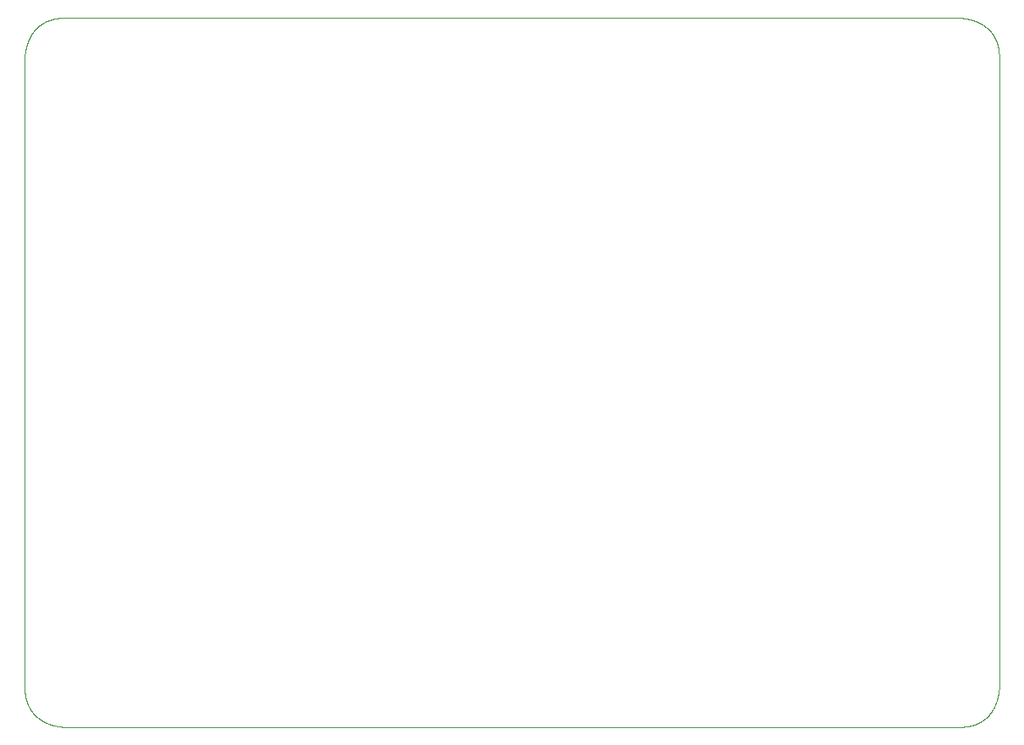
<source format=gbr>
%TF.GenerationSoftware,KiCad,Pcbnew,9.0.0*%
%TF.CreationDate,2025-06-24T12:34:56+10:00*%
%TF.ProjectId,MeowPad,4d656f77-5061-4642-9e6b-696361645f70,rev?*%
%TF.SameCoordinates,Original*%
%TF.FileFunction,Profile,NP*%
%FSLAX46Y46*%
G04 Gerber Fmt 4.6, Leading zero omitted, Abs format (unit mm)*
G04 Created by KiCad (PCBNEW 9.0.0) date 2025-06-24 12:34:56*
%MOMM*%
%LPD*%
G01*
G04 APERTURE LIST*
%TA.AperFunction,Profile*%
%ADD10C,0.050000*%
%TD*%
%ADD11C,0.050000*%
G04 APERTURE END LIST*
D10*
X83923000Y-124777000D02*
X83923000Y-61777000D01*
X181423000Y-124777000D02*
X181423000Y-61777000D01*
D11*
X83923000Y-124777000D02*
X83923010Y-124787944D01*
X83923040Y-124798869D01*
X83923090Y-124809773D01*
X83923160Y-124820658D01*
X83923249Y-124831523D01*
X83923359Y-124842368D01*
X83923488Y-124853193D01*
X83923637Y-124863998D01*
X83923806Y-124874784D01*
X83923994Y-124885550D01*
X83924202Y-124896296D01*
X83924430Y-124907023D01*
X83924677Y-124917730D01*
X83924943Y-124928417D01*
X83925230Y-124939085D01*
X83925535Y-124949734D01*
X83925860Y-124960363D01*
X83926205Y-124970973D01*
X83926569Y-124981563D01*
X83926952Y-124992134D01*
X83927355Y-125002686D01*
X83927776Y-125013218D01*
X83928217Y-125023732D01*
X83928678Y-125034225D01*
X83929157Y-125044700D01*
X83929655Y-125055156D01*
X83930173Y-125065593D01*
X83930709Y-125076010D01*
X83931265Y-125086409D01*
X83931840Y-125096789D01*
X83932433Y-125107150D01*
X83933046Y-125117491D01*
X83933677Y-125127814D01*
X83934328Y-125138118D01*
X83934997Y-125148404D01*
X83935685Y-125158670D01*
X83936391Y-125168918D01*
X83937117Y-125179147D01*
X83937861Y-125189358D01*
X83938624Y-125199549D01*
X83939405Y-125209723D01*
X83940205Y-125219877D01*
X83941024Y-125230014D01*
X83941861Y-125240131D01*
X83942717Y-125250231D01*
X83943591Y-125260312D01*
X83944484Y-125270374D01*
X83945395Y-125280418D01*
X83946325Y-125290444D01*
X83947273Y-125300452D01*
X83948239Y-125310441D01*
X83949223Y-125320412D01*
X83950226Y-125330365D01*
X83951247Y-125340300D01*
X83952287Y-125350217D01*
X83953344Y-125360115D01*
X83954420Y-125369996D01*
X83955514Y-125379858D01*
X83956626Y-125389704D01*
X83957756Y-125399530D01*
X83958904Y-125409339D01*
X83960070Y-125419129D01*
X83961254Y-125428903D01*
X83962456Y-125438658D01*
X83963676Y-125448396D01*
X83964914Y-125458115D01*
X83966170Y-125467818D01*
X83967443Y-125477502D01*
X83968735Y-125487170D01*
X83970044Y-125496818D01*
X83971371Y-125506451D01*
X83972716Y-125516064D01*
X83974079Y-125525662D01*
X83975459Y-125535240D01*
X83976857Y-125544803D01*
X83978272Y-125554346D01*
X83979706Y-125563874D01*
X83981156Y-125573383D01*
X83982625Y-125582877D01*
X83984111Y-125592351D01*
X83985614Y-125601810D01*
X83987135Y-125611250D01*
X83988674Y-125620674D01*
X83990229Y-125630080D01*
X83991803Y-125639470D01*
X83993393Y-125648842D01*
X83995002Y-125658198D01*
X83996627Y-125667535D01*
X83998270Y-125676858D01*
X83999930Y-125686161D01*
X84001607Y-125695450D01*
X84003301Y-125704719D01*
X84005013Y-125713974D01*
X84006742Y-125723210D01*
X84008489Y-125732432D01*
X84010252Y-125741634D01*
X84012033Y-125750822D01*
X84013830Y-125759991D01*
X84015645Y-125769146D01*
X84017476Y-125778282D01*
X84019325Y-125787403D01*
X84021191Y-125796506D01*
X84023074Y-125805594D01*
X84024974Y-125814664D01*
X84026891Y-125823719D01*
X84028825Y-125832756D01*
X84030775Y-125841779D01*
X84032743Y-125850783D01*
X84034728Y-125859773D01*
X84036729Y-125868745D01*
X84038747Y-125877702D01*
X84040782Y-125886641D01*
X84042834Y-125895566D01*
X84044902Y-125904473D01*
X84046988Y-125913366D01*
X84049090Y-125922240D01*
X84051209Y-125931101D01*
X84053344Y-125939943D01*
X84055497Y-125948771D01*
X84057665Y-125957582D01*
X84059851Y-125966378D01*
X84062053Y-125975156D01*
X84064272Y-125983921D01*
X84066507Y-125992668D01*
X84068759Y-126001401D01*
X84071027Y-126010116D01*
X84073313Y-126018818D01*
X84075614Y-126027501D01*
X84077932Y-126036171D01*
X84080266Y-126044823D01*
X84082618Y-126053462D01*
X84084985Y-126062083D01*
X84087369Y-126070690D01*
X84089769Y-126079280D01*
X84092186Y-126087857D01*
X84094619Y-126096415D01*
X84097069Y-126104961D01*
X84099534Y-126113488D01*
X84102016Y-126122003D01*
X84104515Y-126130500D01*
X84107030Y-126138984D01*
X84109560Y-126147450D01*
X84112108Y-126155903D01*
X84114671Y-126164339D01*
X84117252Y-126172762D01*
X84119847Y-126181167D01*
X84122460Y-126189559D01*
X84125088Y-126197934D01*
X84127733Y-126206296D01*
X84130393Y-126214641D01*
X84135764Y-126231287D01*
X84141198Y-126247873D01*
X84146697Y-126264400D01*
X84152261Y-126280867D01*
X84157889Y-126297274D01*
X84163580Y-126313623D01*
X84169336Y-126329912D01*
X84175156Y-126346143D01*
X84181040Y-126362315D01*
X84186987Y-126378429D01*
X84192998Y-126394485D01*
X84199073Y-126410483D01*
X84205211Y-126426423D01*
X84211412Y-126442305D01*
X84217677Y-126458131D01*
X84224006Y-126473899D01*
X84230397Y-126489611D01*
X84236852Y-126505266D01*
X84243370Y-126520864D01*
X84249951Y-126536406D01*
X84256594Y-126551892D01*
X84263301Y-126567323D01*
X84270071Y-126582697D01*
X84276903Y-126598016D01*
X84283798Y-126613280D01*
X84290756Y-126628489D01*
X84297777Y-126643643D01*
X84304860Y-126658742D01*
X84312006Y-126673786D01*
X84319214Y-126688776D01*
X84326485Y-126703712D01*
X84333819Y-126718594D01*
X84341215Y-126733422D01*
X84348674Y-126748196D01*
X84356194Y-126762917D01*
X84363778Y-126777585D01*
X84371424Y-126792199D01*
X84379132Y-126806761D01*
X84386902Y-126821269D01*
X84394735Y-126835725D01*
X84402631Y-126850129D01*
X84410588Y-126864480D01*
X84418608Y-126878779D01*
X84426691Y-126893025D01*
X84434836Y-126907220D01*
X84443043Y-126921363D01*
X84451312Y-126935455D01*
X84459644Y-126949495D01*
X84468039Y-126963484D01*
X84476496Y-126977422D01*
X84485015Y-126991308D01*
X84493597Y-127005144D01*
X84502241Y-127018929D01*
X84510947Y-127032664D01*
X84519717Y-127046348D01*
X84528549Y-127059981D01*
X84537443Y-127073565D01*
X84546400Y-127087098D01*
X84555420Y-127100581D01*
X84564502Y-127114014D01*
X84573648Y-127127398D01*
X84582856Y-127140732D01*
X84592126Y-127154017D01*
X84601460Y-127167252D01*
X84610857Y-127180437D01*
X84620317Y-127193574D01*
X84629839Y-127206662D01*
X84639425Y-127219700D01*
X84649074Y-127232690D01*
X84658786Y-127245630D01*
X84668562Y-127258522D01*
X84678401Y-127271366D01*
X84688303Y-127284161D01*
X84698269Y-127296907D01*
X84708298Y-127309605D01*
X84718391Y-127322255D01*
X84728547Y-127334857D01*
X84738768Y-127347410D01*
X84749052Y-127359916D01*
X84759400Y-127372373D01*
X84769812Y-127384783D01*
X84780288Y-127397145D01*
X84790829Y-127409459D01*
X84801433Y-127421725D01*
X84812102Y-127433943D01*
X84822835Y-127446114D01*
X84833633Y-127458238D01*
X84844496Y-127470313D01*
X84855423Y-127482342D01*
X84866415Y-127494323D01*
X84877472Y-127506256D01*
X84888593Y-127518142D01*
X84899780Y-127529981D01*
X84911032Y-127541773D01*
X84922350Y-127553517D01*
X84933732Y-127565214D01*
X84945180Y-127576864D01*
X84956694Y-127588467D01*
X84968274Y-127600023D01*
X84979919Y-127611531D01*
X84991630Y-127622993D01*
X85003407Y-127634407D01*
X85015250Y-127645774D01*
X85027159Y-127657094D01*
X85039135Y-127668367D01*
X85051177Y-127679593D01*
X85063286Y-127690771D01*
X85075461Y-127701903D01*
X85087703Y-127712987D01*
X85100012Y-127724025D01*
X85112388Y-127735015D01*
X85124831Y-127745958D01*
X85137342Y-127756853D01*
X85149919Y-127767702D01*
X85162564Y-127778503D01*
X85175277Y-127789257D01*
X85188057Y-127799964D01*
X85200905Y-127810623D01*
X85213820Y-127821235D01*
X85226804Y-127831799D01*
X85239856Y-127842316D01*
X85252976Y-127852786D01*
X85266165Y-127863207D01*
X85279421Y-127873581D01*
X85292747Y-127883908D01*
X85306141Y-127894186D01*
X85319603Y-127904417D01*
X85333135Y-127914600D01*
X85346736Y-127924735D01*
X85360405Y-127934822D01*
X85374144Y-127944860D01*
X85387952Y-127954851D01*
X85401829Y-127964793D01*
X85415776Y-127974686D01*
X85429793Y-127984531D01*
X85443879Y-127994328D01*
X85458035Y-128004076D01*
X85472260Y-128013775D01*
X85486556Y-128023425D01*
X85500921Y-128033026D01*
X85515357Y-128042578D01*
X85529863Y-128052081D01*
X85544439Y-128061535D01*
X85559086Y-128070938D01*
X85573803Y-128080293D01*
X85588590Y-128089597D01*
X85603448Y-128098852D01*
X85618376Y-128108057D01*
X85633376Y-128117211D01*
X85648446Y-128126316D01*
X85663586Y-128135369D01*
X85678798Y-128144373D01*
X85694081Y-128153325D01*
X85709434Y-128162227D01*
X85724858Y-128171077D01*
X85740354Y-128179877D01*
X85755920Y-128188625D01*
X85771558Y-128197321D01*
X85787266Y-128205965D01*
X85803046Y-128214558D01*
X85818897Y-128223099D01*
X85834818Y-128231587D01*
X85850811Y-128240023D01*
X85866875Y-128248406D01*
X85883010Y-128256736D01*
X85899216Y-128265013D01*
X85915493Y-128273237D01*
X85931841Y-128281408D01*
X85948260Y-128289524D01*
X85964750Y-128297587D01*
X85981310Y-128305596D01*
X85997941Y-128313550D01*
X86014643Y-128321450D01*
X86031416Y-128329294D01*
X86048258Y-128337084D01*
X86065172Y-128344819D01*
X86082155Y-128352498D01*
X86099209Y-128360121D01*
X86116332Y-128367688D01*
X86133525Y-128375199D01*
X86150788Y-128382653D01*
X86168120Y-128390050D01*
X86185522Y-128397391D01*
X86202992Y-128404674D01*
X86220532Y-128411899D01*
X86238140Y-128419066D01*
X86255816Y-128426176D01*
X86273561Y-128433226D01*
X86291373Y-128440218D01*
X86309253Y-128447151D01*
X86327199Y-128454025D01*
X86345213Y-128460839D01*
X86363294Y-128467592D01*
X86381440Y-128474286D01*
X86399652Y-128480919D01*
X86417930Y-128487491D01*
X86436272Y-128494001D01*
X86454679Y-128500450D01*
X86473150Y-128506838D01*
X86491684Y-128513162D01*
X86510282Y-128519425D01*
X86528941Y-128525624D01*
X86547663Y-128531760D01*
X86566445Y-128537832D01*
X86585288Y-128543840D01*
X86604191Y-128549783D01*
X86623153Y-128555662D01*
X86642173Y-128561476D01*
X86661251Y-128567224D01*
X86680386Y-128572906D01*
X86699577Y-128578521D01*
X86718822Y-128584070D01*
X86738122Y-128589552D01*
X86757474Y-128594966D01*
X86776879Y-128600312D01*
X86796334Y-128605590D01*
X86815840Y-128610799D01*
X86835393Y-128615938D01*
X86854994Y-128621008D01*
X86874642Y-128626008D01*
X86894333Y-128630937D01*
X86914068Y-128635795D01*
X86933844Y-128640581D01*
X86953661Y-128645296D01*
X86973515Y-128649938D01*
X86993406Y-128654507D01*
X87013332Y-128659002D01*
X87033291Y-128663424D01*
X87053280Y-128667771D01*
X87073298Y-128672043D01*
X87093342Y-128676240D01*
X87113410Y-128680361D01*
X87133499Y-128684405D01*
X87153607Y-128688372D01*
X87173731Y-128692261D01*
X87193868Y-128696073D01*
X87214014Y-128699805D01*
X87234167Y-128703459D01*
X87254324Y-128707032D01*
X87274479Y-128710525D01*
X87294630Y-128713937D01*
X87314773Y-128717268D01*
X87334902Y-128720516D01*
X87355014Y-128723681D01*
X87375103Y-128726763D01*
X87395163Y-128729761D01*
X87415191Y-128732674D01*
X87435178Y-128735501D01*
X87455119Y-128738242D01*
X87475007Y-128740897D01*
X87494834Y-128743464D01*
X87514593Y-128745943D01*
X87534274Y-128748333D01*
X87553869Y-128750634D01*
X87573366Y-128752844D01*
X87592756Y-128754963D01*
X87612025Y-128756990D01*
X87631160Y-128758925D01*
X87650148Y-128760766D01*
X87668971Y-128762513D01*
X87687611Y-128764165D01*
X87706050Y-128765721D01*
X87724264Y-128767180D01*
X87742227Y-128768542D01*
X87759911Y-128769805D01*
X87777281Y-128770969D01*
X87794300Y-128772033D01*
X87810920Y-128772996D01*
X87827086Y-128773856D01*
X87842729Y-128774614D01*
X87857766Y-128775267D01*
X87872084Y-128775817D01*
X87885534Y-128776260D01*
X87897899Y-128776599D01*
X87908835Y-128776832D01*
X87917705Y-128776962D01*
X87923000Y-128777000D01*
X87923000Y-57777000D02*
X87912056Y-57777010D01*
X87901131Y-57777040D01*
X87890227Y-57777090D01*
X87879342Y-57777160D01*
X87868477Y-57777249D01*
X87857632Y-57777359D01*
X87846807Y-57777488D01*
X87836002Y-57777637D01*
X87825216Y-57777806D01*
X87814450Y-57777994D01*
X87803704Y-57778202D01*
X87792977Y-57778430D01*
X87782270Y-57778677D01*
X87771583Y-57778943D01*
X87760915Y-57779230D01*
X87750266Y-57779535D01*
X87739637Y-57779860D01*
X87729027Y-57780205D01*
X87718437Y-57780569D01*
X87707866Y-57780952D01*
X87697314Y-57781355D01*
X87686782Y-57781776D01*
X87676268Y-57782217D01*
X87665775Y-57782678D01*
X87655300Y-57783157D01*
X87644844Y-57783655D01*
X87634407Y-57784173D01*
X87623990Y-57784709D01*
X87613591Y-57785265D01*
X87603211Y-57785840D01*
X87592850Y-57786433D01*
X87582509Y-57787046D01*
X87572186Y-57787677D01*
X87561882Y-57788328D01*
X87551596Y-57788997D01*
X87541330Y-57789685D01*
X87531082Y-57790391D01*
X87520853Y-57791117D01*
X87510642Y-57791861D01*
X87500451Y-57792624D01*
X87490277Y-57793405D01*
X87480123Y-57794205D01*
X87469986Y-57795024D01*
X87459869Y-57795861D01*
X87449769Y-57796717D01*
X87439688Y-57797591D01*
X87429626Y-57798484D01*
X87419582Y-57799395D01*
X87409556Y-57800325D01*
X87399548Y-57801273D01*
X87389559Y-57802239D01*
X87379588Y-57803223D01*
X87369635Y-57804226D01*
X87359700Y-57805247D01*
X87349783Y-57806287D01*
X87339885Y-57807344D01*
X87330004Y-57808420D01*
X87320142Y-57809514D01*
X87310296Y-57810626D01*
X87300470Y-57811756D01*
X87290661Y-57812904D01*
X87280871Y-57814070D01*
X87271097Y-57815254D01*
X87261342Y-57816456D01*
X87251604Y-57817676D01*
X87241885Y-57818914D01*
X87232182Y-57820170D01*
X87222498Y-57821443D01*
X87212830Y-57822735D01*
X87203182Y-57824044D01*
X87193549Y-57825371D01*
X87183936Y-57826716D01*
X87174338Y-57828079D01*
X87164760Y-57829459D01*
X87155197Y-57830857D01*
X87145654Y-57832272D01*
X87136126Y-57833706D01*
X87126617Y-57835156D01*
X87117123Y-57836625D01*
X87107649Y-57838111D01*
X87098190Y-57839614D01*
X87088750Y-57841135D01*
X87079326Y-57842674D01*
X87069920Y-57844229D01*
X87060530Y-57845803D01*
X87051158Y-57847393D01*
X87041802Y-57849002D01*
X87032465Y-57850627D01*
X87023142Y-57852270D01*
X87013839Y-57853930D01*
X87004550Y-57855607D01*
X86995281Y-57857301D01*
X86986026Y-57859013D01*
X86976790Y-57860742D01*
X86967568Y-57862489D01*
X86958366Y-57864252D01*
X86949178Y-57866033D01*
X86940009Y-57867830D01*
X86930854Y-57869645D01*
X86921718Y-57871476D01*
X86912597Y-57873325D01*
X86903494Y-57875191D01*
X86894406Y-57877074D01*
X86885336Y-57878974D01*
X86876281Y-57880891D01*
X86867244Y-57882825D01*
X86858221Y-57884775D01*
X86849217Y-57886743D01*
X86840227Y-57888728D01*
X86831255Y-57890729D01*
X86822298Y-57892747D01*
X86813359Y-57894782D01*
X86804434Y-57896834D01*
X86795527Y-57898902D01*
X86786634Y-57900988D01*
X86777760Y-57903090D01*
X86768899Y-57905209D01*
X86760057Y-57907344D01*
X86751229Y-57909497D01*
X86742418Y-57911665D01*
X86733622Y-57913851D01*
X86724844Y-57916053D01*
X86716079Y-57918272D01*
X86707332Y-57920507D01*
X86698599Y-57922759D01*
X86689884Y-57925027D01*
X86681182Y-57927313D01*
X86672499Y-57929614D01*
X86663829Y-57931932D01*
X86655177Y-57934266D01*
X86646538Y-57936618D01*
X86637917Y-57938985D01*
X86629310Y-57941369D01*
X86620720Y-57943769D01*
X86612143Y-57946186D01*
X86603585Y-57948619D01*
X86595039Y-57951069D01*
X86586512Y-57953534D01*
X86577997Y-57956016D01*
X86569500Y-57958515D01*
X86561016Y-57961030D01*
X86552550Y-57963560D01*
X86544097Y-57966108D01*
X86535661Y-57968671D01*
X86527238Y-57971252D01*
X86518833Y-57973847D01*
X86510441Y-57976460D01*
X86502066Y-57979088D01*
X86493704Y-57981733D01*
X86485359Y-57984393D01*
X86468713Y-57989764D01*
X86452127Y-57995198D01*
X86435600Y-58000697D01*
X86419133Y-58006261D01*
X86402726Y-58011889D01*
X86386377Y-58017580D01*
X86370088Y-58023336D01*
X86353857Y-58029156D01*
X86337685Y-58035040D01*
X86321571Y-58040987D01*
X86305515Y-58046998D01*
X86289517Y-58053073D01*
X86273577Y-58059211D01*
X86257695Y-58065412D01*
X86241869Y-58071677D01*
X86226101Y-58078006D01*
X86210389Y-58084397D01*
X86194734Y-58090852D01*
X86179136Y-58097370D01*
X86163594Y-58103951D01*
X86148108Y-58110594D01*
X86132677Y-58117301D01*
X86117303Y-58124071D01*
X86101984Y-58130903D01*
X86086720Y-58137798D01*
X86071511Y-58144756D01*
X86056357Y-58151777D01*
X86041258Y-58158860D01*
X86026214Y-58166006D01*
X86011224Y-58173214D01*
X85996288Y-58180485D01*
X85981406Y-58187819D01*
X85966578Y-58195215D01*
X85951804Y-58202674D01*
X85937083Y-58210194D01*
X85922415Y-58217778D01*
X85907801Y-58225424D01*
X85893239Y-58233132D01*
X85878731Y-58240902D01*
X85864275Y-58248735D01*
X85849871Y-58256631D01*
X85835520Y-58264588D01*
X85821221Y-58272608D01*
X85806975Y-58280691D01*
X85792780Y-58288836D01*
X85778637Y-58297043D01*
X85764545Y-58305312D01*
X85750505Y-58313644D01*
X85736516Y-58322039D01*
X85722578Y-58330496D01*
X85708692Y-58339015D01*
X85694856Y-58347597D01*
X85681071Y-58356241D01*
X85667336Y-58364947D01*
X85653652Y-58373717D01*
X85640019Y-58382549D01*
X85626435Y-58391443D01*
X85612902Y-58400400D01*
X85599419Y-58409420D01*
X85585986Y-58418502D01*
X85572602Y-58427648D01*
X85559268Y-58436856D01*
X85545983Y-58446126D01*
X85532748Y-58455460D01*
X85519563Y-58464857D01*
X85506426Y-58474317D01*
X85493338Y-58483839D01*
X85480300Y-58493425D01*
X85467310Y-58503074D01*
X85454370Y-58512786D01*
X85441478Y-58522562D01*
X85428634Y-58532401D01*
X85415839Y-58542303D01*
X85403093Y-58552269D01*
X85390395Y-58562298D01*
X85377745Y-58572391D01*
X85365143Y-58582547D01*
X85352590Y-58592768D01*
X85340084Y-58603052D01*
X85327627Y-58613400D01*
X85315217Y-58623812D01*
X85302855Y-58634288D01*
X85290541Y-58644829D01*
X85278275Y-58655433D01*
X85266057Y-58666102D01*
X85253886Y-58676835D01*
X85241762Y-58687633D01*
X85229687Y-58698496D01*
X85217658Y-58709423D01*
X85205677Y-58720415D01*
X85193744Y-58731472D01*
X85181858Y-58742593D01*
X85170019Y-58753780D01*
X85158227Y-58765032D01*
X85146483Y-58776350D01*
X85134786Y-58787732D01*
X85123136Y-58799180D01*
X85111533Y-58810694D01*
X85099977Y-58822274D01*
X85088469Y-58833919D01*
X85077007Y-58845630D01*
X85065593Y-58857407D01*
X85054226Y-58869250D01*
X85042906Y-58881159D01*
X85031633Y-58893135D01*
X85020407Y-58905177D01*
X85009229Y-58917286D01*
X84998097Y-58929461D01*
X84987013Y-58941703D01*
X84975975Y-58954012D01*
X84964985Y-58966388D01*
X84954042Y-58978831D01*
X84943147Y-58991342D01*
X84932298Y-59003919D01*
X84921497Y-59016564D01*
X84910743Y-59029277D01*
X84900036Y-59042057D01*
X84889377Y-59054905D01*
X84878765Y-59067820D01*
X84868201Y-59080804D01*
X84857684Y-59093856D01*
X84847214Y-59106976D01*
X84836793Y-59120165D01*
X84826419Y-59133421D01*
X84816092Y-59146747D01*
X84805814Y-59160141D01*
X84795583Y-59173603D01*
X84785400Y-59187135D01*
X84775265Y-59200736D01*
X84765178Y-59214405D01*
X84755140Y-59228144D01*
X84745149Y-59241952D01*
X84735207Y-59255829D01*
X84725314Y-59269776D01*
X84715469Y-59283793D01*
X84705672Y-59297879D01*
X84695924Y-59312035D01*
X84686225Y-59326260D01*
X84676575Y-59340556D01*
X84666974Y-59354921D01*
X84657422Y-59369357D01*
X84647919Y-59383863D01*
X84638465Y-59398439D01*
X84629062Y-59413086D01*
X84619707Y-59427803D01*
X84610403Y-59442590D01*
X84601148Y-59457448D01*
X84591943Y-59472376D01*
X84582789Y-59487376D01*
X84573684Y-59502446D01*
X84564631Y-59517586D01*
X84555627Y-59532798D01*
X84546675Y-59548081D01*
X84537773Y-59563434D01*
X84528923Y-59578858D01*
X84520123Y-59594354D01*
X84511375Y-59609920D01*
X84502679Y-59625558D01*
X84494035Y-59641266D01*
X84485442Y-59657046D01*
X84476901Y-59672897D01*
X84468413Y-59688818D01*
X84459977Y-59704811D01*
X84451594Y-59720875D01*
X84443264Y-59737010D01*
X84434987Y-59753216D01*
X84426763Y-59769493D01*
X84418592Y-59785841D01*
X84410476Y-59802260D01*
X84402413Y-59818750D01*
X84394404Y-59835310D01*
X84386450Y-59851941D01*
X84378550Y-59868643D01*
X84370706Y-59885416D01*
X84362916Y-59902258D01*
X84355181Y-59919172D01*
X84347502Y-59936155D01*
X84339879Y-59953209D01*
X84332312Y-59970332D01*
X84324801Y-59987525D01*
X84317347Y-60004788D01*
X84309950Y-60022120D01*
X84302609Y-60039522D01*
X84295326Y-60056992D01*
X84288101Y-60074532D01*
X84280934Y-60092140D01*
X84273824Y-60109816D01*
X84266774Y-60127561D01*
X84259782Y-60145373D01*
X84252849Y-60163253D01*
X84245975Y-60181199D01*
X84239161Y-60199213D01*
X84232408Y-60217294D01*
X84225714Y-60235440D01*
X84219081Y-60253652D01*
X84212509Y-60271930D01*
X84205999Y-60290272D01*
X84199550Y-60308679D01*
X84193162Y-60327150D01*
X84186838Y-60345684D01*
X84180575Y-60364282D01*
X84174376Y-60382941D01*
X84168240Y-60401663D01*
X84162168Y-60420445D01*
X84156160Y-60439288D01*
X84150217Y-60458191D01*
X84144338Y-60477153D01*
X84138524Y-60496173D01*
X84132776Y-60515251D01*
X84127094Y-60534386D01*
X84121479Y-60553577D01*
X84115930Y-60572822D01*
X84110448Y-60592122D01*
X84105034Y-60611474D01*
X84099688Y-60630879D01*
X84094410Y-60650334D01*
X84089201Y-60669840D01*
X84084062Y-60689393D01*
X84078992Y-60708994D01*
X84073992Y-60728642D01*
X84069063Y-60748333D01*
X84064205Y-60768068D01*
X84059419Y-60787844D01*
X84054704Y-60807661D01*
X84050062Y-60827515D01*
X84045493Y-60847406D01*
X84040998Y-60867332D01*
X84036576Y-60887291D01*
X84032229Y-60907280D01*
X84027957Y-60927298D01*
X84023760Y-60947342D01*
X84019639Y-60967410D01*
X84015595Y-60987499D01*
X84011628Y-61007607D01*
X84007739Y-61027731D01*
X84003927Y-61047868D01*
X84000195Y-61068014D01*
X83996541Y-61088167D01*
X83992968Y-61108324D01*
X83989475Y-61128479D01*
X83986063Y-61148630D01*
X83982732Y-61168773D01*
X83979484Y-61188902D01*
X83976319Y-61209014D01*
X83973237Y-61229103D01*
X83970239Y-61249163D01*
X83967326Y-61269191D01*
X83964499Y-61289178D01*
X83961758Y-61309119D01*
X83959103Y-61329007D01*
X83956536Y-61348834D01*
X83954057Y-61368593D01*
X83951667Y-61388274D01*
X83949366Y-61407869D01*
X83947156Y-61427366D01*
X83945037Y-61446756D01*
X83943010Y-61466025D01*
X83941075Y-61485160D01*
X83939234Y-61504148D01*
X83937487Y-61522971D01*
X83935835Y-61541611D01*
X83934279Y-61560050D01*
X83932820Y-61578264D01*
X83931458Y-61596227D01*
X83930195Y-61613911D01*
X83929031Y-61631281D01*
X83927967Y-61648300D01*
X83927004Y-61664920D01*
X83926144Y-61681086D01*
X83925386Y-61696729D01*
X83924733Y-61711766D01*
X83924183Y-61726084D01*
X83923740Y-61739534D01*
X83923401Y-61751899D01*
X83923168Y-61762835D01*
X83923038Y-61771705D01*
X83923000Y-61777000D01*
D10*
X177423000Y-57777000D02*
X87923000Y-57777000D01*
X87923000Y-128777000D02*
X177423000Y-128777000D01*
D11*
X177423000Y-128777000D02*
X177433944Y-128776990D01*
X177444869Y-128776960D01*
X177455773Y-128776910D01*
X177466658Y-128776840D01*
X177477523Y-128776751D01*
X177488368Y-128776641D01*
X177499193Y-128776512D01*
X177509998Y-128776363D01*
X177520784Y-128776194D01*
X177531550Y-128776006D01*
X177542296Y-128775798D01*
X177553023Y-128775570D01*
X177563730Y-128775323D01*
X177574417Y-128775057D01*
X177585085Y-128774770D01*
X177595734Y-128774465D01*
X177606363Y-128774140D01*
X177616973Y-128773795D01*
X177627563Y-128773431D01*
X177638134Y-128773048D01*
X177648686Y-128772645D01*
X177659218Y-128772224D01*
X177669732Y-128771783D01*
X177680225Y-128771322D01*
X177690700Y-128770843D01*
X177701156Y-128770345D01*
X177711593Y-128769827D01*
X177722010Y-128769291D01*
X177732409Y-128768735D01*
X177742789Y-128768160D01*
X177753150Y-128767567D01*
X177763491Y-128766954D01*
X177773814Y-128766323D01*
X177784118Y-128765672D01*
X177794404Y-128765003D01*
X177804670Y-128764315D01*
X177814918Y-128763609D01*
X177825147Y-128762883D01*
X177835358Y-128762139D01*
X177845549Y-128761376D01*
X177855723Y-128760595D01*
X177865877Y-128759795D01*
X177876014Y-128758976D01*
X177886131Y-128758139D01*
X177896231Y-128757283D01*
X177906312Y-128756409D01*
X177916374Y-128755516D01*
X177926418Y-128754605D01*
X177936444Y-128753675D01*
X177946452Y-128752727D01*
X177956441Y-128751761D01*
X177966412Y-128750777D01*
X177976365Y-128749774D01*
X177986300Y-128748753D01*
X177996217Y-128747713D01*
X178006115Y-128746656D01*
X178015996Y-128745580D01*
X178025858Y-128744486D01*
X178035704Y-128743374D01*
X178045530Y-128742244D01*
X178055339Y-128741096D01*
X178065129Y-128739930D01*
X178074903Y-128738746D01*
X178084658Y-128737544D01*
X178094396Y-128736324D01*
X178104115Y-128735086D01*
X178113818Y-128733830D01*
X178123502Y-128732557D01*
X178133170Y-128731265D01*
X178142818Y-128729956D01*
X178152451Y-128728629D01*
X178162064Y-128727284D01*
X178171662Y-128725921D01*
X178181240Y-128724541D01*
X178190803Y-128723143D01*
X178200346Y-128721728D01*
X178209874Y-128720294D01*
X178219383Y-128718844D01*
X178228877Y-128717375D01*
X178238351Y-128715889D01*
X178247810Y-128714386D01*
X178257250Y-128712865D01*
X178266674Y-128711326D01*
X178276080Y-128709771D01*
X178285470Y-128708197D01*
X178294842Y-128706607D01*
X178304198Y-128704998D01*
X178313535Y-128703373D01*
X178322858Y-128701730D01*
X178332161Y-128700070D01*
X178341450Y-128698393D01*
X178350719Y-128696699D01*
X178359974Y-128694987D01*
X178369210Y-128693258D01*
X178378432Y-128691511D01*
X178387634Y-128689748D01*
X178396822Y-128687967D01*
X178405991Y-128686170D01*
X178415146Y-128684355D01*
X178424282Y-128682524D01*
X178433403Y-128680675D01*
X178442506Y-128678809D01*
X178451594Y-128676926D01*
X178460664Y-128675026D01*
X178469719Y-128673109D01*
X178478756Y-128671175D01*
X178487779Y-128669225D01*
X178496783Y-128667257D01*
X178505773Y-128665272D01*
X178514745Y-128663271D01*
X178523702Y-128661253D01*
X178532641Y-128659218D01*
X178541566Y-128657166D01*
X178550473Y-128655098D01*
X178559366Y-128653012D01*
X178568240Y-128650910D01*
X178577101Y-128648791D01*
X178585943Y-128646656D01*
X178594771Y-128644503D01*
X178603582Y-128642335D01*
X178612378Y-128640149D01*
X178621156Y-128637947D01*
X178629921Y-128635728D01*
X178638668Y-128633493D01*
X178647401Y-128631241D01*
X178656116Y-128628973D01*
X178664818Y-128626687D01*
X178673501Y-128624386D01*
X178682171Y-128622068D01*
X178690823Y-128619734D01*
X178699462Y-128617382D01*
X178708083Y-128615015D01*
X178716690Y-128612631D01*
X178725280Y-128610231D01*
X178733857Y-128607814D01*
X178742415Y-128605381D01*
X178750961Y-128602931D01*
X178759488Y-128600466D01*
X178768003Y-128597984D01*
X178776500Y-128595485D01*
X178784984Y-128592970D01*
X178793450Y-128590440D01*
X178801903Y-128587892D01*
X178810339Y-128585329D01*
X178818762Y-128582748D01*
X178827167Y-128580153D01*
X178835559Y-128577540D01*
X178843934Y-128574912D01*
X178852296Y-128572267D01*
X178860641Y-128569607D01*
X178877287Y-128564236D01*
X178893873Y-128558802D01*
X178910400Y-128553303D01*
X178926867Y-128547739D01*
X178943274Y-128542111D01*
X178959623Y-128536420D01*
X178975912Y-128530664D01*
X178992143Y-128524844D01*
X179008315Y-128518960D01*
X179024429Y-128513013D01*
X179040485Y-128507002D01*
X179056483Y-128500927D01*
X179072423Y-128494789D01*
X179088305Y-128488588D01*
X179104131Y-128482323D01*
X179119899Y-128475994D01*
X179135611Y-128469603D01*
X179151266Y-128463148D01*
X179166864Y-128456630D01*
X179182406Y-128450049D01*
X179197892Y-128443406D01*
X179213323Y-128436699D01*
X179228697Y-128429929D01*
X179244016Y-128423097D01*
X179259280Y-128416202D01*
X179274489Y-128409244D01*
X179289643Y-128402223D01*
X179304742Y-128395140D01*
X179319786Y-128387994D01*
X179334776Y-128380786D01*
X179349712Y-128373515D01*
X179364594Y-128366181D01*
X179379422Y-128358785D01*
X179394196Y-128351326D01*
X179408917Y-128343806D01*
X179423585Y-128336222D01*
X179438199Y-128328576D01*
X179452761Y-128320868D01*
X179467269Y-128313098D01*
X179481725Y-128305265D01*
X179496129Y-128297369D01*
X179510480Y-128289412D01*
X179524779Y-128281392D01*
X179539025Y-128273309D01*
X179553220Y-128265164D01*
X179567363Y-128256957D01*
X179581455Y-128248688D01*
X179595495Y-128240356D01*
X179609484Y-128231961D01*
X179623422Y-128223504D01*
X179637308Y-128214985D01*
X179651144Y-128206403D01*
X179664929Y-128197759D01*
X179678664Y-128189053D01*
X179692348Y-128180283D01*
X179705981Y-128171451D01*
X179719565Y-128162557D01*
X179733098Y-128153600D01*
X179746581Y-128144580D01*
X179760014Y-128135498D01*
X179773398Y-128126352D01*
X179786732Y-128117144D01*
X179800017Y-128107874D01*
X179813252Y-128098540D01*
X179826437Y-128089143D01*
X179839574Y-128079683D01*
X179852662Y-128070161D01*
X179865700Y-128060575D01*
X179878690Y-128050926D01*
X179891630Y-128041214D01*
X179904522Y-128031438D01*
X179917366Y-128021599D01*
X179930161Y-128011697D01*
X179942907Y-128001731D01*
X179955605Y-127991702D01*
X179968255Y-127981609D01*
X179980857Y-127971453D01*
X179993410Y-127961232D01*
X180005916Y-127950948D01*
X180018373Y-127940600D01*
X180030783Y-127930188D01*
X180043145Y-127919712D01*
X180055459Y-127909171D01*
X180067725Y-127898567D01*
X180079943Y-127887898D01*
X180092114Y-127877165D01*
X180104238Y-127866367D01*
X180116313Y-127855504D01*
X180128342Y-127844577D01*
X180140323Y-127833585D01*
X180152256Y-127822528D01*
X180164142Y-127811407D01*
X180175981Y-127800220D01*
X180187773Y-127788968D01*
X180199517Y-127777650D01*
X180211214Y-127766268D01*
X180222864Y-127754820D01*
X180234467Y-127743306D01*
X180246023Y-127731726D01*
X180257531Y-127720081D01*
X180268993Y-127708370D01*
X180280407Y-127696593D01*
X180291774Y-127684750D01*
X180303094Y-127672841D01*
X180314367Y-127660865D01*
X180325593Y-127648823D01*
X180336771Y-127636714D01*
X180347903Y-127624539D01*
X180358987Y-127612297D01*
X180370025Y-127599988D01*
X180381015Y-127587612D01*
X180391958Y-127575169D01*
X180402853Y-127562658D01*
X180413702Y-127550081D01*
X180424503Y-127537436D01*
X180435257Y-127524723D01*
X180445964Y-127511943D01*
X180456623Y-127499095D01*
X180467235Y-127486180D01*
X180477799Y-127473196D01*
X180488316Y-127460144D01*
X180498786Y-127447024D01*
X180509207Y-127433835D01*
X180519581Y-127420579D01*
X180529908Y-127407253D01*
X180540186Y-127393859D01*
X180550417Y-127380397D01*
X180560600Y-127366865D01*
X180570735Y-127353264D01*
X180580822Y-127339595D01*
X180590860Y-127325856D01*
X180600851Y-127312048D01*
X180610793Y-127298171D01*
X180620686Y-127284224D01*
X180630531Y-127270207D01*
X180640328Y-127256121D01*
X180650076Y-127241965D01*
X180659775Y-127227740D01*
X180669425Y-127213444D01*
X180679026Y-127199079D01*
X180688578Y-127184643D01*
X180698081Y-127170137D01*
X180707535Y-127155561D01*
X180716938Y-127140914D01*
X180726293Y-127126197D01*
X180735597Y-127111410D01*
X180744852Y-127096552D01*
X180754057Y-127081624D01*
X180763211Y-127066624D01*
X180772316Y-127051554D01*
X180781369Y-127036414D01*
X180790373Y-127021202D01*
X180799325Y-127005919D01*
X180808227Y-126990566D01*
X180817077Y-126975142D01*
X180825877Y-126959646D01*
X180834625Y-126944080D01*
X180843321Y-126928442D01*
X180851965Y-126912734D01*
X180860558Y-126896954D01*
X180869099Y-126881103D01*
X180877587Y-126865182D01*
X180886023Y-126849189D01*
X180894406Y-126833125D01*
X180902736Y-126816990D01*
X180911013Y-126800784D01*
X180919237Y-126784507D01*
X180927408Y-126768159D01*
X180935524Y-126751740D01*
X180943587Y-126735250D01*
X180951596Y-126718690D01*
X180959550Y-126702059D01*
X180967450Y-126685357D01*
X180975294Y-126668584D01*
X180983084Y-126651742D01*
X180990819Y-126634828D01*
X180998498Y-126617845D01*
X181006121Y-126600791D01*
X181013688Y-126583668D01*
X181021199Y-126566475D01*
X181028653Y-126549212D01*
X181036050Y-126531880D01*
X181043391Y-126514478D01*
X181050674Y-126497008D01*
X181057899Y-126479468D01*
X181065066Y-126461860D01*
X181072176Y-126444184D01*
X181079226Y-126426439D01*
X181086218Y-126408627D01*
X181093151Y-126390747D01*
X181100025Y-126372801D01*
X181106839Y-126354787D01*
X181113592Y-126336706D01*
X181120286Y-126318560D01*
X181126919Y-126300348D01*
X181133491Y-126282070D01*
X181140001Y-126263728D01*
X181146450Y-126245321D01*
X181152838Y-126226850D01*
X181159162Y-126208316D01*
X181165425Y-126189718D01*
X181171624Y-126171059D01*
X181177760Y-126152337D01*
X181183832Y-126133555D01*
X181189840Y-126114712D01*
X181195783Y-126095809D01*
X181201662Y-126076847D01*
X181207476Y-126057827D01*
X181213224Y-126038749D01*
X181218906Y-126019614D01*
X181224521Y-126000423D01*
X181230070Y-125981178D01*
X181235552Y-125961878D01*
X181240966Y-125942526D01*
X181246312Y-125923121D01*
X181251590Y-125903666D01*
X181256799Y-125884160D01*
X181261938Y-125864607D01*
X181267008Y-125845006D01*
X181272008Y-125825358D01*
X181276937Y-125805667D01*
X181281795Y-125785932D01*
X181286581Y-125766156D01*
X181291296Y-125746339D01*
X181295938Y-125726485D01*
X181300507Y-125706594D01*
X181305002Y-125686668D01*
X181309424Y-125666709D01*
X181313771Y-125646720D01*
X181318043Y-125626702D01*
X181322240Y-125606658D01*
X181326361Y-125586590D01*
X181330405Y-125566501D01*
X181334372Y-125546393D01*
X181338261Y-125526269D01*
X181342073Y-125506132D01*
X181345805Y-125485986D01*
X181349459Y-125465833D01*
X181353032Y-125445676D01*
X181356525Y-125425521D01*
X181359937Y-125405370D01*
X181363268Y-125385227D01*
X181366516Y-125365098D01*
X181369681Y-125344986D01*
X181372763Y-125324897D01*
X181375761Y-125304837D01*
X181378674Y-125284809D01*
X181381501Y-125264822D01*
X181384242Y-125244881D01*
X181386897Y-125224993D01*
X181389464Y-125205166D01*
X181391943Y-125185407D01*
X181394333Y-125165726D01*
X181396634Y-125146131D01*
X181398844Y-125126634D01*
X181400963Y-125107244D01*
X181402990Y-125087975D01*
X181404925Y-125068840D01*
X181406766Y-125049852D01*
X181408513Y-125031029D01*
X181410165Y-125012389D01*
X181411721Y-124993950D01*
X181413180Y-124975736D01*
X181414542Y-124957773D01*
X181415805Y-124940089D01*
X181416969Y-124922719D01*
X181418033Y-124905700D01*
X181418996Y-124889080D01*
X181419856Y-124872914D01*
X181420614Y-124857271D01*
X181421267Y-124842234D01*
X181421817Y-124827916D01*
X181422260Y-124814466D01*
X181422599Y-124802101D01*
X181422832Y-124791165D01*
X181422962Y-124782295D01*
X181423000Y-124777000D01*
X181423000Y-61777000D02*
X181422990Y-61766056D01*
X181422960Y-61755131D01*
X181422910Y-61744227D01*
X181422840Y-61733342D01*
X181422751Y-61722477D01*
X181422641Y-61711632D01*
X181422512Y-61700807D01*
X181422363Y-61690002D01*
X181422194Y-61679216D01*
X181422006Y-61668450D01*
X181421798Y-61657704D01*
X181421570Y-61646977D01*
X181421323Y-61636270D01*
X181421057Y-61625583D01*
X181420770Y-61614915D01*
X181420465Y-61604266D01*
X181420140Y-61593637D01*
X181419795Y-61583027D01*
X181419431Y-61572437D01*
X181419048Y-61561866D01*
X181418645Y-61551314D01*
X181418224Y-61540782D01*
X181417783Y-61530268D01*
X181417322Y-61519775D01*
X181416843Y-61509300D01*
X181416345Y-61498844D01*
X181415827Y-61488407D01*
X181415291Y-61477990D01*
X181414735Y-61467591D01*
X181414160Y-61457211D01*
X181413567Y-61446850D01*
X181412954Y-61436509D01*
X181412323Y-61426186D01*
X181411672Y-61415882D01*
X181411003Y-61405596D01*
X181410315Y-61395330D01*
X181409609Y-61385082D01*
X181408883Y-61374853D01*
X181408139Y-61364642D01*
X181407376Y-61354451D01*
X181406595Y-61344277D01*
X181405795Y-61334123D01*
X181404976Y-61323986D01*
X181404139Y-61313869D01*
X181403283Y-61303769D01*
X181402409Y-61293688D01*
X181401516Y-61283626D01*
X181400605Y-61273582D01*
X181399675Y-61263556D01*
X181398727Y-61253548D01*
X181397761Y-61243559D01*
X181396777Y-61233588D01*
X181395774Y-61223635D01*
X181394753Y-61213700D01*
X181393713Y-61203783D01*
X181392656Y-61193885D01*
X181391580Y-61184004D01*
X181390486Y-61174142D01*
X181389374Y-61164296D01*
X181388244Y-61154470D01*
X181387096Y-61144661D01*
X181385930Y-61134871D01*
X181384746Y-61125097D01*
X181383544Y-61115342D01*
X181382324Y-61105604D01*
X181381086Y-61095885D01*
X181379830Y-61086182D01*
X181378557Y-61076498D01*
X181377265Y-61066830D01*
X181375956Y-61057182D01*
X181374629Y-61047549D01*
X181373284Y-61037936D01*
X181371921Y-61028338D01*
X181370541Y-61018760D01*
X181369143Y-61009197D01*
X181367728Y-60999654D01*
X181366294Y-60990126D01*
X181364844Y-60980617D01*
X181363375Y-60971123D01*
X181361889Y-60961649D01*
X181360386Y-60952190D01*
X181358865Y-60942750D01*
X181357326Y-60933326D01*
X181355771Y-60923920D01*
X181354197Y-60914530D01*
X181352607Y-60905158D01*
X181350998Y-60895802D01*
X181349373Y-60886465D01*
X181347730Y-60877142D01*
X181346070Y-60867839D01*
X181344393Y-60858550D01*
X181342699Y-60849281D01*
X181340987Y-60840026D01*
X181339258Y-60830790D01*
X181337511Y-60821568D01*
X181335748Y-60812366D01*
X181333967Y-60803178D01*
X181332170Y-60794009D01*
X181330355Y-60784854D01*
X181328524Y-60775718D01*
X181326675Y-60766597D01*
X181324809Y-60757494D01*
X181322926Y-60748406D01*
X181321026Y-60739336D01*
X181319109Y-60730281D01*
X181317175Y-60721244D01*
X181315225Y-60712221D01*
X181313257Y-60703217D01*
X181311272Y-60694227D01*
X181309271Y-60685255D01*
X181307253Y-60676298D01*
X181305218Y-60667359D01*
X181303166Y-60658434D01*
X181301098Y-60649527D01*
X181299012Y-60640634D01*
X181296910Y-60631760D01*
X181294791Y-60622899D01*
X181292656Y-60614057D01*
X181290503Y-60605229D01*
X181288335Y-60596418D01*
X181286149Y-60587622D01*
X181283947Y-60578844D01*
X181281728Y-60570079D01*
X181279493Y-60561332D01*
X181277241Y-60552599D01*
X181274973Y-60543884D01*
X181272687Y-60535182D01*
X181270386Y-60526499D01*
X181268068Y-60517829D01*
X181265734Y-60509177D01*
X181263382Y-60500538D01*
X181261015Y-60491917D01*
X181258631Y-60483310D01*
X181256231Y-60474720D01*
X181253814Y-60466143D01*
X181251381Y-60457585D01*
X181248931Y-60449039D01*
X181246466Y-60440512D01*
X181243984Y-60431997D01*
X181241485Y-60423500D01*
X181238970Y-60415016D01*
X181236440Y-60406550D01*
X181233892Y-60398097D01*
X181231329Y-60389661D01*
X181228748Y-60381238D01*
X181226153Y-60372833D01*
X181223540Y-60364441D01*
X181220912Y-60356066D01*
X181218267Y-60347704D01*
X181215607Y-60339359D01*
X181210236Y-60322713D01*
X181204802Y-60306127D01*
X181199303Y-60289600D01*
X181193739Y-60273133D01*
X181188111Y-60256726D01*
X181182420Y-60240377D01*
X181176664Y-60224088D01*
X181170844Y-60207857D01*
X181164960Y-60191685D01*
X181159013Y-60175571D01*
X181153002Y-60159515D01*
X181146927Y-60143517D01*
X181140789Y-60127577D01*
X181134588Y-60111695D01*
X181128323Y-60095869D01*
X181121994Y-60080101D01*
X181115603Y-60064389D01*
X181109148Y-60048734D01*
X181102630Y-60033136D01*
X181096049Y-60017594D01*
X181089406Y-60002108D01*
X181082699Y-59986677D01*
X181075929Y-59971303D01*
X181069097Y-59955984D01*
X181062202Y-59940720D01*
X181055244Y-59925511D01*
X181048223Y-59910357D01*
X181041140Y-59895258D01*
X181033994Y-59880214D01*
X181026786Y-59865224D01*
X181019515Y-59850288D01*
X181012181Y-59835406D01*
X181004785Y-59820578D01*
X180997326Y-59805804D01*
X180989806Y-59791083D01*
X180982222Y-59776415D01*
X180974576Y-59761801D01*
X180966868Y-59747239D01*
X180959098Y-59732731D01*
X180951265Y-59718275D01*
X180943369Y-59703871D01*
X180935412Y-59689520D01*
X180927392Y-59675221D01*
X180919309Y-59660975D01*
X180911164Y-59646780D01*
X180902957Y-59632637D01*
X180894688Y-59618545D01*
X180886356Y-59604505D01*
X180877961Y-59590516D01*
X180869504Y-59576578D01*
X180860985Y-59562692D01*
X180852403Y-59548856D01*
X180843759Y-59535071D01*
X180835053Y-59521336D01*
X180826283Y-59507652D01*
X180817451Y-59494019D01*
X180808557Y-59480435D01*
X180799600Y-59466902D01*
X180790580Y-59453419D01*
X180781498Y-59439986D01*
X180772352Y-59426602D01*
X180763144Y-59413268D01*
X180753874Y-59399983D01*
X180744540Y-59386748D01*
X180735143Y-59373563D01*
X180725683Y-59360426D01*
X180716161Y-59347338D01*
X180706575Y-59334300D01*
X180696926Y-59321310D01*
X180687214Y-59308370D01*
X180677438Y-59295478D01*
X180667599Y-59282634D01*
X180657697Y-59269839D01*
X180647731Y-59257093D01*
X180637702Y-59244395D01*
X180627609Y-59231745D01*
X180617453Y-59219143D01*
X180607232Y-59206590D01*
X180596948Y-59194084D01*
X180586600Y-59181627D01*
X180576188Y-59169217D01*
X180565712Y-59156855D01*
X180555171Y-59144541D01*
X180544567Y-59132275D01*
X180533898Y-59120057D01*
X180523165Y-59107886D01*
X180512367Y-59095762D01*
X180501504Y-59083687D01*
X180490577Y-59071658D01*
X180479585Y-59059677D01*
X180468528Y-59047744D01*
X180457407Y-59035858D01*
X180446220Y-59024019D01*
X180434968Y-59012227D01*
X180423650Y-59000483D01*
X180412268Y-58988786D01*
X180400820Y-58977136D01*
X180389306Y-58965533D01*
X180377726Y-58953977D01*
X180366081Y-58942469D01*
X180354370Y-58931007D01*
X180342593Y-58919593D01*
X180330750Y-58908226D01*
X180318841Y-58896906D01*
X180306865Y-58885633D01*
X180294823Y-58874407D01*
X180282714Y-58863229D01*
X180270539Y-58852097D01*
X180258297Y-58841013D01*
X180245988Y-58829975D01*
X180233612Y-58818985D01*
X180221169Y-58808042D01*
X180208658Y-58797147D01*
X180196081Y-58786298D01*
X180183436Y-58775497D01*
X180170723Y-58764743D01*
X180157943Y-58754036D01*
X180145095Y-58743377D01*
X180132180Y-58732765D01*
X180119196Y-58722201D01*
X180106144Y-58711684D01*
X180093024Y-58701214D01*
X180079835Y-58690793D01*
X180066579Y-58680419D01*
X180053253Y-58670092D01*
X180039859Y-58659814D01*
X180026397Y-58649583D01*
X180012865Y-58639400D01*
X179999264Y-58629265D01*
X179985595Y-58619178D01*
X179971856Y-58609140D01*
X179958048Y-58599149D01*
X179944171Y-58589207D01*
X179930224Y-58579314D01*
X179916207Y-58569469D01*
X179902121Y-58559672D01*
X179887965Y-58549924D01*
X179873740Y-58540225D01*
X179859444Y-58530575D01*
X179845079Y-58520974D01*
X179830643Y-58511422D01*
X179816137Y-58501919D01*
X179801561Y-58492465D01*
X179786914Y-58483062D01*
X179772197Y-58473707D01*
X179757410Y-58464403D01*
X179742552Y-58455148D01*
X179727624Y-58445943D01*
X179712624Y-58436789D01*
X179697554Y-58427684D01*
X179682414Y-58418631D01*
X179667202Y-58409627D01*
X179651919Y-58400675D01*
X179636566Y-58391773D01*
X179621142Y-58382923D01*
X179605646Y-58374123D01*
X179590080Y-58365375D01*
X179574442Y-58356679D01*
X179558734Y-58348035D01*
X179542954Y-58339442D01*
X179527103Y-58330901D01*
X179511182Y-58322413D01*
X179495189Y-58313977D01*
X179479125Y-58305594D01*
X179462990Y-58297264D01*
X179446784Y-58288987D01*
X179430507Y-58280763D01*
X179414159Y-58272592D01*
X179397740Y-58264476D01*
X179381250Y-58256413D01*
X179364690Y-58248404D01*
X179348059Y-58240450D01*
X179331357Y-58232550D01*
X179314584Y-58224706D01*
X179297742Y-58216916D01*
X179280828Y-58209181D01*
X179263845Y-58201502D01*
X179246791Y-58193879D01*
X179229668Y-58186312D01*
X179212475Y-58178801D01*
X179195212Y-58171347D01*
X179177880Y-58163950D01*
X179160478Y-58156609D01*
X179143008Y-58149326D01*
X179125468Y-58142101D01*
X179107860Y-58134934D01*
X179090184Y-58127824D01*
X179072439Y-58120774D01*
X179054627Y-58113782D01*
X179036747Y-58106849D01*
X179018801Y-58099975D01*
X179000787Y-58093161D01*
X178982706Y-58086408D01*
X178964560Y-58079714D01*
X178946348Y-58073081D01*
X178928070Y-58066509D01*
X178909728Y-58059999D01*
X178891321Y-58053550D01*
X178872850Y-58047162D01*
X178854316Y-58040838D01*
X178835718Y-58034575D01*
X178817059Y-58028376D01*
X178798337Y-58022240D01*
X178779555Y-58016168D01*
X178760712Y-58010160D01*
X178741809Y-58004217D01*
X178722847Y-57998338D01*
X178703827Y-57992524D01*
X178684749Y-57986776D01*
X178665614Y-57981094D01*
X178646423Y-57975479D01*
X178627178Y-57969930D01*
X178607878Y-57964448D01*
X178588526Y-57959034D01*
X178569121Y-57953688D01*
X178549666Y-57948410D01*
X178530160Y-57943201D01*
X178510607Y-57938062D01*
X178491006Y-57932992D01*
X178471358Y-57927992D01*
X178451667Y-57923063D01*
X178431932Y-57918205D01*
X178412156Y-57913419D01*
X178392339Y-57908704D01*
X178372485Y-57904062D01*
X178352594Y-57899493D01*
X178332668Y-57894998D01*
X178312709Y-57890576D01*
X178292720Y-57886229D01*
X178272702Y-57881957D01*
X178252658Y-57877760D01*
X178232590Y-57873639D01*
X178212501Y-57869595D01*
X178192393Y-57865628D01*
X178172269Y-57861739D01*
X178152132Y-57857927D01*
X178131986Y-57854195D01*
X178111833Y-57850541D01*
X178091676Y-57846968D01*
X178071521Y-57843475D01*
X178051370Y-57840063D01*
X178031227Y-57836732D01*
X178011098Y-57833484D01*
X177990986Y-57830319D01*
X177970897Y-57827237D01*
X177950837Y-57824239D01*
X177930809Y-57821326D01*
X177910822Y-57818499D01*
X177890881Y-57815758D01*
X177870993Y-57813103D01*
X177851166Y-57810536D01*
X177831407Y-57808057D01*
X177811726Y-57805667D01*
X177792131Y-57803366D01*
X177772634Y-57801156D01*
X177753244Y-57799037D01*
X177733975Y-57797010D01*
X177714840Y-57795075D01*
X177695852Y-57793234D01*
X177677029Y-57791487D01*
X177658389Y-57789835D01*
X177639950Y-57788279D01*
X177621736Y-57786820D01*
X177603773Y-57785458D01*
X177586089Y-57784195D01*
X177568719Y-57783031D01*
X177551700Y-57781967D01*
X177535080Y-57781004D01*
X177518914Y-57780144D01*
X177503271Y-57779386D01*
X177488234Y-57778733D01*
X177473916Y-57778183D01*
X177460466Y-57777740D01*
X177448101Y-57777401D01*
X177437165Y-57777168D01*
X177428295Y-57777038D01*
X177423000Y-57777000D01*
M02*

</source>
